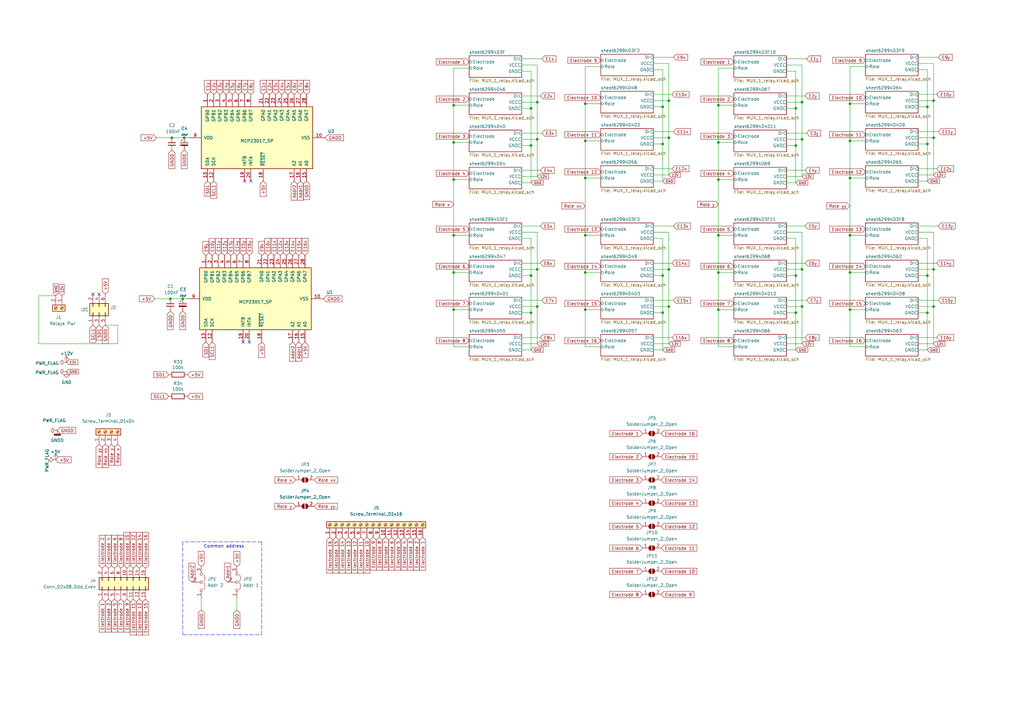
<source format=kicad_sch>
(kicad_sch (version 20211123) (generator eeschema)
  (paper "A3")
  (junction (at 380.365 43.815))
  (junction (at 186.055 73.66))
  (junction (at 217.805 59.69))
  (junction (at 240.03 127))
  (junction (at 69.85 122.555))
  (junction (at 348.615 111.76))
  (junction (at 220.345 57.15))
  (junction (at 274.32 41.275))
  (junction (at 186.055 111.76))
  (junction (at 217.805 128.27))
  (junction (at 271.78 113.03))
  (junction (at 240.03 42.545))
  (junction (at 326.39 113.03))
  (junction (at 217.805 113.03))
  (junction (at 328.93 41.91))
  (junction (at 382.905 110.49))
  (junction (at 186.055 43.18))
  (junction (at 380.365 128.27))
  (junction (at 294.64 111.76))
  (junction (at 75.565 56.515))
  (junction (at 348.615 57.785))
  (junction (at 186.055 127))
  (junction (at 186.055 58.42))
  (junction (at 220.345 125.73))
  (junction (at 274.32 110.49))
  (junction (at 328.93 57.15))
  (junction (at 382.905 125.73))
  (junction (at 382.905 56.515))
  (junction (at 274.32 56.515))
  (junction (at 240.03 73.025))
  (junction (at 220.345 110.49))
  (junction (at 274.32 125.73))
  (junction (at 240.03 111.76))
  (junction (at 240.03 96.52))
  (junction (at 294.64 96.52))
  (junction (at 294.64 58.42))
  (junction (at 328.93 125.73))
  (junction (at 326.39 59.69))
  (junction (at 326.39 44.45))
  (junction (at 240.03 57.785))
  (junction (at 348.615 96.52))
  (junction (at 328.93 110.49))
  (junction (at 271.78 43.815))
  (junction (at 294.64 127))
  (junction (at 217.805 44.45))
  (junction (at 220.345 41.91))
  (junction (at 348.615 73.025))
  (junction (at 380.365 113.03))
  (junction (at 186.055 96.52))
  (junction (at 380.365 59.055))
  (junction (at 294.64 73.66))
  (junction (at 382.905 41.275))
  (junction (at 70.485 56.515))
  (junction (at 294.64 43.18))
  (junction (at 348.615 127))
  (junction (at 271.78 128.27))
  (junction (at 271.78 59.055))
  (junction (at 348.615 42.545))
  (junction (at 74.93 122.555))
  (junction (at 326.39 128.27))
  (no_connect (at 38.1 120.65))
  (no_connect (at 40.64 120.65))
  (no_connect (at 102.235 140.335))
  (no_connect (at 99.695 140.335))
  (no_connect (at 102.87 74.295))
  (no_connect (at 100.33 74.295))
  (wire (pts (xy 326.39 128.27) (xy 326.39 143.51)))
  (wire (pts (xy 74.93 122.555) (xy 76.835 122.555)))
  (wire (pts (xy 240.03 127) (xy 240.03 142.24)))
  (wire (pts (xy 376.555 26.035) (xy 382.905 26.035)))
  (wire (pts (xy 186.055 96.52) (xy 192.405 96.52)))
  (wire (pts (xy 267.97 28.575) (xy 271.78 28.575)))
  (wire (pts (xy 267.97 92.71) (xy 276.225 92.71)))
  (wire (pts (xy 274.32 56.515) (xy 274.32 71.755)))
  (wire (pts (xy 328.93 26.67) (xy 328.93 41.91)))
  (wire (pts (xy 213.995 138.43) (xy 221.615 138.43)))
  (wire (pts (xy 267.97 43.815) (xy 271.78 43.815)))
  (wire (pts (xy 43.18 133.35) (xy 48.26 133.35)))
  (wire (pts (xy 240.03 42.545) (xy 246.38 42.545)))
  (wire (pts (xy 348.615 57.785) (xy 354.965 57.785)))
  (wire (pts (xy 328.93 57.15) (xy 328.93 72.39)))
  (wire (pts (xy 322.58 24.13) (xy 330.835 24.13)))
  (wire (pts (xy 220.345 57.15) (xy 220.345 72.39)))
  (wire (pts (xy 267.97 143.51) (xy 271.78 143.51)))
  (wire (pts (xy 376.555 128.27) (xy 380.365 128.27)))
  (wire (pts (xy 322.58 143.51) (xy 326.39 143.51)))
  (wire (pts (xy 48.26 140.97) (xy 15.875 140.97)))
  (wire (pts (xy 267.97 125.73) (xy 274.32 125.73)))
  (wire (pts (xy 267.97 140.97) (xy 274.32 140.97)))
  (wire (pts (xy 274.32 125.73) (xy 274.32 140.97)))
  (wire (pts (xy 267.97 23.495) (xy 276.225 23.495)))
  (wire (pts (xy 186.055 58.42) (xy 192.405 58.42)))
  (wire (pts (xy 240.03 96.52) (xy 246.38 96.52)))
  (wire (pts (xy 376.555 28.575) (xy 380.365 28.575)))
  (wire (pts (xy 220.345 110.49) (xy 220.345 125.73)))
  (wire (pts (xy 274.32 110.49) (xy 274.32 125.73)))
  (wire (pts (xy 267.97 53.975) (xy 276.225 53.975)))
  (wire (pts (xy 322.58 54.61) (xy 330.835 54.61)))
  (wire (pts (xy 376.555 95.25) (xy 382.905 95.25)))
  (wire (pts (xy 380.365 28.575) (xy 380.365 43.815)))
  (wire (pts (xy 15.875 140.97) (xy 15.875 121.285)))
  (wire (pts (xy 322.58 138.43) (xy 330.2 138.43)))
  (wire (pts (xy 322.58 123.19) (xy 330.835 123.19)))
  (wire (pts (xy 186.055 127) (xy 192.405 127)))
  (polyline (pts (xy 74.93 222.25) (xy 74.93 260.35)))
  (wire (pts (xy 186.055 111.76) (xy 186.055 127)))
  (wire (pts (xy 240.03 42.545) (xy 240.03 27.305)))
  (wire (pts (xy 348.615 73.025) (xy 348.615 96.52)))
  (wire (pts (xy 213.995 92.71) (xy 221.615 92.71)))
  (wire (pts (xy 348.615 127) (xy 348.615 142.24)))
  (wire (pts (xy 322.58 72.39) (xy 328.93 72.39)))
  (wire (pts (xy 97.155 245.11) (xy 97.155 250.19)))
  (wire (pts (xy 240.03 142.24) (xy 246.38 142.24)))
  (wire (pts (xy 267.97 59.055) (xy 271.78 59.055)))
  (wire (pts (xy 213.995 41.91) (xy 220.345 41.91)))
  (wire (pts (xy 186.055 58.42) (xy 186.055 43.18)))
  (wire (pts (xy 213.995 95.25) (xy 220.345 95.25)))
  (wire (pts (xy 213.995 143.51) (xy 217.805 143.51)))
  (wire (pts (xy 240.03 111.76) (xy 246.38 111.76)))
  (wire (pts (xy 322.58 41.91) (xy 328.93 41.91)))
  (wire (pts (xy 48.26 133.35) (xy 48.26 140.97)))
  (wire (pts (xy 267.97 107.95) (xy 275.59 107.95)))
  (wire (pts (xy 64.135 56.515) (xy 70.485 56.515)))
  (wire (pts (xy 348.615 73.025) (xy 354.965 73.025)))
  (wire (pts (xy 376.555 23.495) (xy 384.81 23.495)))
  (wire (pts (xy 294.64 142.24) (xy 300.99 142.24)))
  (wire (pts (xy 322.58 57.15) (xy 328.93 57.15)))
  (wire (pts (xy 348.615 57.785) (xy 348.615 73.025)))
  (wire (pts (xy 186.055 73.66) (xy 192.405 73.66)))
  (wire (pts (xy 328.93 110.49) (xy 328.93 125.73)))
  (wire (pts (xy 213.995 24.13) (xy 222.25 24.13)))
  (wire (pts (xy 217.805 97.79) (xy 217.805 113.03)))
  (wire (pts (xy 328.93 125.73) (xy 328.93 140.97)))
  (wire (pts (xy 294.64 58.42) (xy 300.99 58.42)))
  (wire (pts (xy 322.58 44.45) (xy 326.39 44.45)))
  (wire (pts (xy 380.365 113.03) (xy 380.365 128.27)))
  (polyline (pts (xy 74.93 260.35) (xy 107.315 260.35)))
  (wire (pts (xy 240.03 111.76) (xy 240.03 96.52)))
  (wire (pts (xy 240.03 57.785) (xy 240.03 42.545)))
  (wire (pts (xy 322.58 125.73) (xy 328.93 125.73)))
  (wire (pts (xy 217.805 29.21) (xy 217.805 44.45)))
  (wire (pts (xy 267.97 97.79) (xy 271.78 97.79)))
  (wire (pts (xy 348.615 111.76) (xy 354.965 111.76)))
  (polyline (pts (xy 107.315 260.35) (xy 107.315 222.25)))
  (wire (pts (xy 328.93 41.91) (xy 328.93 57.15)))
  (wire (pts (xy 213.995 123.19) (xy 222.25 123.19)))
  (wire (pts (xy 294.64 96.52) (xy 300.99 96.52)))
  (wire (pts (xy 322.58 59.69) (xy 326.39 59.69)))
  (wire (pts (xy 380.365 128.27) (xy 380.365 143.51)))
  (wire (pts (xy 213.995 74.93) (xy 217.805 74.93)))
  (wire (pts (xy 267.97 95.25) (xy 274.32 95.25)))
  (wire (pts (xy 267.97 128.27) (xy 271.78 128.27)))
  (wire (pts (xy 322.58 110.49) (xy 328.93 110.49)))
  (wire (pts (xy 376.555 92.71) (xy 384.81 92.71)))
  (wire (pts (xy 240.03 27.305) (xy 246.38 27.305)))
  (wire (pts (xy 376.555 107.95) (xy 384.175 107.95)))
  (wire (pts (xy 322.58 113.03) (xy 326.39 113.03)))
  (wire (pts (xy 322.58 107.95) (xy 330.2 107.95)))
  (wire (pts (xy 382.905 125.73) (xy 382.905 140.97)))
  (wire (pts (xy 326.39 59.69) (xy 326.39 74.93)))
  (wire (pts (xy 15.875 121.285) (xy 22.86 121.285)))
  (wire (pts (xy 271.78 113.03) (xy 271.78 128.27)))
  (wire (pts (xy 70.485 56.515) (xy 75.565 56.515)))
  (wire (pts (xy 69.85 122.555) (xy 74.93 122.555)))
  (wire (pts (xy 240.03 127) (xy 240.03 111.76)))
  (wire (pts (xy 213.995 72.39) (xy 220.345 72.39)))
  (wire (pts (xy 213.995 26.67) (xy 220.345 26.67)))
  (wire (pts (xy 213.995 54.61) (xy 222.25 54.61)))
  (wire (pts (xy 348.615 42.545) (xy 348.615 27.305)))
  (wire (pts (xy 326.39 113.03) (xy 326.39 128.27)))
  (wire (pts (xy 348.615 111.76) (xy 348.615 96.52)))
  (wire (pts (xy 376.555 140.97) (xy 382.905 140.97)))
  (wire (pts (xy 376.555 41.275) (xy 382.905 41.275)))
  (wire (pts (xy 376.555 138.43) (xy 384.175 138.43)))
  (wire (pts (xy 348.615 42.545) (xy 354.965 42.545)))
  (wire (pts (xy 376.555 123.19) (xy 384.81 123.19)))
  (wire (pts (xy 267.97 113.03) (xy 271.78 113.03)))
  (wire (pts (xy 82.55 245.11) (xy 82.55 250.19)))
  (wire (pts (xy 294.64 111.76) (xy 300.99 111.76)))
  (wire (pts (xy 326.39 97.79) (xy 326.39 113.03)))
  (wire (pts (xy 186.055 43.18) (xy 186.055 27.94)))
  (wire (pts (xy 294.64 27.94) (xy 300.99 27.94)))
  (wire (pts (xy 217.805 59.69) (xy 217.805 74.93)))
  (wire (pts (xy 213.995 39.37) (xy 221.615 39.37)))
  (wire (pts (xy 294.64 127) (xy 300.99 127)))
  (wire (pts (xy 294.64 43.18) (xy 300.99 43.18)))
  (wire (pts (xy 240.03 127) (xy 246.38 127)))
  (wire (pts (xy 267.97 123.19) (xy 276.225 123.19)))
  (wire (pts (xy 322.58 92.71) (xy 330.2 92.71)))
  (wire (pts (xy 271.78 59.055) (xy 271.78 74.295)))
  (wire (pts (xy 376.555 110.49) (xy 382.905 110.49)))
  (wire (pts (xy 322.58 74.93) (xy 326.39 74.93)))
  (wire (pts (xy 213.995 69.85) (xy 221.615 69.85)))
  (wire (pts (xy 376.555 53.975) (xy 384.81 53.975)))
  (wire (pts (xy 322.58 39.37) (xy 330.2 39.37)))
  (wire (pts (xy 186.055 127) (xy 186.055 142.24)))
  (wire (pts (xy 267.97 38.735) (xy 275.59 38.735)))
  (wire (pts (xy 220.345 26.67) (xy 220.345 41.91)))
  (wire (pts (xy 322.58 29.21) (xy 326.39 29.21)))
  (wire (pts (xy 274.32 26.035) (xy 274.32 41.275)))
  (wire (pts (xy 382.905 56.515) (xy 382.905 71.755)))
  (wire (pts (xy 213.995 97.79) (xy 217.805 97.79)))
  (wire (pts (xy 267.97 110.49) (xy 274.32 110.49)))
  (wire (pts (xy 271.78 128.27) (xy 271.78 143.51)))
  (wire (pts (xy 213.995 107.95) (xy 221.615 107.95)))
  (wire (pts (xy 348.615 127) (xy 354.965 127)))
  (polyline (pts (xy 107.315 222.25) (xy 74.93 222.25)))
  (wire (pts (xy 376.555 59.055) (xy 380.365 59.055)))
  (wire (pts (xy 240.03 57.785) (xy 246.38 57.785)))
  (wire (pts (xy 186.055 111.76) (xy 186.055 96.52)))
  (wire (pts (xy 376.555 97.79) (xy 380.365 97.79)))
  (wire (pts (xy 240.03 73.025) (xy 240.03 96.52)))
  (wire (pts (xy 186.055 142.24) (xy 192.405 142.24)))
  (wire (pts (xy 217.805 113.03) (xy 217.805 128.27)))
  (wire (pts (xy 274.32 95.25) (xy 274.32 110.49)))
  (wire (pts (xy 220.345 41.91) (xy 220.345 57.15)))
  (wire (pts (xy 322.58 95.25) (xy 328.93 95.25)))
  (wire (pts (xy 322.58 128.27) (xy 326.39 128.27)))
  (wire (pts (xy 271.78 28.575) (xy 271.78 43.815)))
  (wire (pts (xy 348.615 142.24) (xy 354.965 142.24)))
  (wire (pts (xy 348.615 96.52) (xy 354.965 96.52)))
  (wire (pts (xy 186.055 73.66) (xy 186.055 96.52)))
  (wire (pts (xy 213.995 57.15) (xy 220.345 57.15)))
  (wire (pts (xy 376.555 69.215) (xy 384.175 69.215)))
  (wire (pts (xy 382.905 41.275) (xy 382.905 56.515)))
  (wire (pts (xy 213.995 59.69) (xy 217.805 59.69)))
  (wire (pts (xy 376.555 56.515) (xy 382.905 56.515)))
  (wire (pts (xy 220.345 95.25) (xy 220.345 110.49)))
  (wire (pts (xy 213.995 125.73) (xy 220.345 125.73)))
  (wire (pts (xy 274.32 41.275) (xy 274.32 56.515)))
  (wire (pts (xy 322.58 140.97) (xy 328.93 140.97)))
  (wire (pts (xy 213.995 29.21) (xy 217.805 29.21)))
  (wire (pts (xy 75.565 56.515) (xy 77.47 56.515)))
  (wire (pts (xy 240.03 57.785) (xy 240.03 73.025)))
  (wire (pts (xy 294.64 58.42) (xy 294.64 73.66)))
  (wire (pts (xy 382.905 26.035) (xy 382.905 41.275)))
  (wire (pts (xy 213.995 113.03) (xy 217.805 113.03)))
  (wire (pts (xy 240.03 73.025) (xy 246.38 73.025)))
  (wire (pts (xy 322.58 26.67) (xy 328.93 26.67)))
  (wire (pts (xy 294.64 127) (xy 294.64 142.24)))
  (wire (pts (xy 382.905 95.25) (xy 382.905 110.49)))
  (wire (pts (xy 220.345 125.73) (xy 220.345 140.97)))
  (wire (pts (xy 271.78 43.815) (xy 271.78 59.055)))
  (wire (pts (xy 376.555 43.815) (xy 380.365 43.815)))
  (wire (pts (xy 382.905 110.49) (xy 382.905 125.73)))
  (wire (pts (xy 380.365 97.79) (xy 380.365 113.03)))
  (wire (pts (xy 267.97 71.755) (xy 274.32 71.755)))
  (wire (pts (xy 376.555 113.03) (xy 380.365 113.03)))
  (wire (pts (xy 348.615 127) (xy 348.615 111.76)))
  (wire (pts (xy 267.97 41.275) (xy 274.32 41.275)))
  (wire (pts (xy 376.555 74.295) (xy 380.365 74.295)))
  (wire (pts (xy 267.97 69.215) (xy 275.59 69.215)))
  (wire (pts (xy 213.995 110.49) (xy 220.345 110.49)))
  (wire (pts (xy 376.555 71.755) (xy 382.905 71.755)))
  (wire (pts (xy 267.97 56.515) (xy 274.32 56.515)))
  (wire (pts (xy 348.615 57.785) (xy 348.615 42.545)))
  (wire (pts (xy 213.995 128.27) (xy 217.805 128.27)))
  (wire (pts (xy 322.58 69.85) (xy 330.2 69.85)))
  (wire (pts (xy 217.805 128.27) (xy 217.805 143.51)))
  (wire (pts (xy 213.995 140.97) (xy 220.345 140.97)))
  (wire (pts (xy 326.39 29.21) (xy 326.39 44.45)))
  (wire (pts (xy 376.555 143.51) (xy 380.365 143.51)))
  (wire (pts (xy 267.97 74.295) (xy 271.78 74.295)))
  (wire (pts (xy 380.365 43.815) (xy 380.365 59.055)))
  (wire (pts (xy 217.805 44.45) (xy 217.805 59.69)))
  (wire (pts (xy 267.97 26.035) (xy 274.32 26.035)))
  (wire (pts (xy 322.58 97.79) (xy 326.39 97.79)))
  (wire (pts (xy 294.64 73.66) (xy 294.64 96.52)))
  (wire (pts (xy 376.555 125.73) (xy 382.905 125.73)))
  (wire (pts (xy 271.78 97.79) (xy 271.78 113.03)))
  (wire (pts (xy 294.64 111.76) (xy 294.64 127)))
  (wire (pts (xy 326.39 44.45) (xy 326.39 59.69)))
  (wire (pts (xy 294.64 111.76) (xy 294.64 96.52)))
  (wire (pts (xy 294.64 58.42) (xy 294.64 43.18)))
  (wire (pts (xy 348.615 27.305) (xy 354.965 27.305)))
  (wire (pts (xy 294.64 73.66) (xy 300.99 73.66)))
  (wire (pts (xy 294.64 43.18) (xy 294.64 27.94)))
  (wire (pts (xy 213.995 44.45) (xy 217.805 44.45)))
  (wire (pts (xy 267.97 138.43) (xy 275.59 138.43)))
  (wire (pts (xy 186.055 27.94) (xy 192.405 27.94)))
  (wire (pts (xy 380.365 59.055) (xy 380.365 74.295)))
  (wire (pts (xy 328.93 95.25) (xy 328.93 110.49)))
  (wire (pts (xy 186.055 111.76) (xy 192.405 111.76)))
  (wire (pts (xy 186.055 58.42) (xy 186.055 73.66)))
  (wire (pts (xy 63.5 122.555) (xy 69.85 122.555)))
  (wire (pts (xy 186.055 43.18) (xy 192.405 43.18)))
  (wire (pts (xy 376.555 38.735) (xy 384.175 38.735)))
  (text "Common address" (at 83.566 224.917 0) (effects (font (size 1.27 1.27)) (justify left bottom)))
  (global_label "+5V" (shape input) (at 63.5 122.555 180) (property "Intersheet References" "${INTERSHEET_REFS}" (effects hide)))
  (global_label "E15y" (shape input) (at 99.695 104.775 90) (property "Intersheet References" "${INTERSHEET_REFS}" (effects hide)))
  (global_label "+5V" (shape input) (at 107.315 140.335 270) (property "Intersheet References" "${INTERSHEET_REFS}" (effects hide)))
  (global_label "E1y" (shape input) (at 330.835 24.13 0) (property "Intersheet References" "${INTERSHEET_REFS}" (effects hide)))
  (global_label "Electrode 15" (shape input) (at 59.69 245.745 270) (property "Intersheet References" "${INTERSHEET_REFS}" (effects hide)))
  (global_label "Electrode 2" (shape input) (at 300.99 40.64 180) (property "Intersheet References" "${INTERSHEET_REFS}" (effects hide)))
  (global_label "+5V" (shape input) (at 97.155 232.41 90) (property "Intersheet References" "${INTERSHEET_REFS}" (effects hide)))
  (global_label "12V" (shape input) (at 220.345 72.39 0) (effects (font (size 1 1))) (property "Intersheet References" "${INTERSHEET_REFS}" (effects hide)))
  (global_label "GNDD" (shape input) (at 70.485 61.595 270) (property "Intersheet References" "${INTERSHEET_REFS}" (effects hide)))
  (global_label "E5y" (shape input) (at 330.2 92.71 0) (property "Intersheet References" "${INTERSHEET_REFS}" (effects hide)))
  (global_label "E15x" (shape input) (at 276.225 123.19 0) (property "Intersheet References" "${INTERSHEET_REFS}" (effects hide)))
  (global_label "Electrode 14" (shape input) (at 57.15 233.045 90) (property "Intersheet References" "${INTERSHEET_REFS}" (effects hide)))
  (global_label "Electrode 4" (shape input) (at 263.525 206.375 180) (property "Intersheet References" "${INTERSHEET_REFS}" (effects hide)))
  (global_label "+5V" (shape input) (at 76.835 153.67 0) (property "Intersheet References" "${INTERSHEET_REFS}" (effects hide)))
  (global_label "E6x" (shape input) (at 120.65 38.735 90) (property "Intersheet References" "${INTERSHEET_REFS}" (effects hide)))
  (global_label "Electrode 12" (shape input) (at 246.38 70.485 180) (property "Intersheet References" "${INTERSHEET_REFS}" (effects hide)))
  (global_label "Electrode 13" (shape input) (at 142.875 220.345 270) (property "Intersheet References" "${INTERSHEET_REFS}" (effects hide)))
  (global_label "SD1" (shape input) (at 40.64 133.35 270) (property "Intersheet References" "${INTERSHEET_REFS}" (effects hide)))
  (global_label "Electrode 7" (shape input) (at 158.115 220.345 270) (property "Intersheet References" "${INTERSHEET_REFS}" (effects hide)))
  (global_label "Electrode 12" (shape input) (at 54.61 233.045 90) (property "Intersheet References" "${INTERSHEET_REFS}" (effects hide)))
  (global_label "SCL1" (shape input) (at 38.1 133.35 270) (property "Intersheet References" "${INTERSHEET_REFS}" (effects hide)))
  (global_label "GNDD" (shape input) (at 43.18 133.35 270) (property "Intersheet References" "${INTERSHEET_REFS}" (effects hide)))
  (global_label "E3y" (shape input) (at 330.835 54.61 0) (property "Intersheet References" "${INTERSHEET_REFS}" (effects hide)))
  (global_label "Electrode 4" (shape input) (at 44.45 233.045 90) (property "Intersheet References" "${INTERSHEET_REFS}" (effects hide)))
  (global_label "E6y" (shape input) (at 97.79 38.735 90) (property "Intersheet References" "${INTERSHEET_REFS}" (effects hide)))
  (global_label "Electrode 11" (shape input) (at 147.955 220.345 270) (property "Intersheet References" "${INTERSHEET_REFS}" (effects hide)))
  (global_label "E15y" (shape input) (at 384.81 123.19 0) (property "Intersheet References" "${INTERSHEET_REFS}" (effects hide)))
  (global_label "Electrode 7" (shape input) (at 192.405 124.46 180) (property "Intersheet References" "${INTERSHEET_REFS}" (effects hide)))
  (global_label "Electrode 16" (shape input) (at 135.255 220.345 270) (property "Intersheet References" "${INTERSHEET_REFS}" (effects hide)))
  (global_label "Role yy" (shape input) (at 40.64 182.245 270) (property "Intersheet References" "${INTERSHEET_REFS}" (effects hide)))
  (global_label "12V" (shape input) (at 328.93 72.39 0) (effects (font (size 1 1))) (property "Intersheet References" "${INTERSHEET_REFS}" (effects hide)))
  (global_label "E14y" (shape input) (at 384.175 107.95 0) (property "Intersheet References" "${INTERSHEET_REFS}" (effects hide)))
  (global_label "E7x" (shape input) (at 222.25 123.19 0) (property "Intersheet References" "${INTERSHEET_REFS}" (effects hide)))
  (global_label "E4x" (shape input) (at 115.57 38.735 90) (property "Intersheet References" "${INTERSHEET_REFS}" (effects hide)))
  (global_label "Electrode 1" (shape input) (at 173.355 220.345 270) (property "Intersheet References" "${INTERSHEET_REFS}" (effects hide)))
  (global_label "Electrode 12" (shape input) (at 271.145 215.9 0) (property "Intersheet References" "${INTERSHEET_REFS}" (effects hide)))
  (global_label "E10y" (shape input) (at 86.995 104.775 90) (property "Intersheet References" "${INTERSHEET_REFS}" (effects hide)))
  (global_label "Electrode 16" (shape input) (at 59.69 233.045 90) (property "Intersheet References" "${INTERSHEET_REFS}" (effects hide)))
  (global_label "GND" (shape input) (at 326.39 74.93 0) (effects (font (size 1 1))) (property "Intersheet References" "${INTERSHEET_REFS}" (effects hide)))
  (global_label "Role y" (shape input) (at 45.72 182.245 270) (property "Intersheet References" "${INTERSHEET_REFS}" (effects hide)))
  (global_label "GND" (shape input) (at 217.805 74.93 0) (effects (font (size 1 1))) (property "Intersheet References" "${INTERSHEET_REFS}" (effects hide)))
  (global_label "Electrode 5" (shape input) (at 46.99 245.745 270) (property "Intersheet References" "${INTERSHEET_REFS}" (effects hide)))
  (global_label "GNDD" (shape input) (at 75.565 61.595 270) (property "Intersheet References" "${INTERSHEET_REFS}" (effects hide)))
  (global_label "12V" (shape input) (at 274.32 140.97 0) (effects (font (size 1 1))) (property "Intersheet References" "${INTERSHEET_REFS}" (effects hide)))
  (global_label "E9x" (shape input) (at 276.225 23.495 0) (property "Intersheet References" "${INTERSHEET_REFS}" (effects hide)))
  (global_label "Electrode 14" (shape input) (at 140.335 220.345 270) (property "Intersheet References" "${INTERSHEET_REFS}" (effects hide)))
  (global_label "SD1" (shape input) (at 69.215 153.67 180) (property "Intersheet References" "${INTERSHEET_REFS}" (effects hide)))
  (global_label "Electrode 5" (shape input) (at 192.405 93.98 180) (property "Intersheet References" "${INTERSHEET_REFS}" (effects hide)))
  (global_label "Electrode 5" (shape input) (at 163.195 220.345 270) (property "Intersheet References" "${INTERSHEET_REFS}" (effects hide)))
  (global_label "Electrode 5" (shape input) (at 263.525 215.9 180) (property "Intersheet References" "${INTERSHEET_REFS}" (effects hide)))
  (global_label "GND" (shape input) (at 380.365 74.295 0) (effects (font (size 1 1))) (property "Intersheet References" "${INTERSHEET_REFS}" (effects hide)))
  (global_label "E7y" (shape input) (at 330.835 123.19 0) (property "Intersheet References" "${INTERSHEET_REFS}" (effects hide)))
  (global_label "E12y" (shape input) (at 92.075 104.775 90) (property "Intersheet References" "${INTERSHEET_REFS}" (effects hide)))
  (global_label "E10y" (shape input) (at 384.175 38.735 0) (property "Intersheet References" "${INTERSHEET_REFS}" (effects hide)))
  (global_label "Electrode 1" (shape input) (at 263.525 177.8 180) (property "Intersheet References" "${INTERSHEET_REFS}" (effects hide)))
  (global_label "E6y" (shape input) (at 330.2 107.95 0) (property "Intersheet References" "${INTERSHEET_REFS}" (effects hide)))
  (global_label "E14x" (shape input) (at 120.015 104.775 90) (property "Intersheet References" "${INTERSHEET_REFS}" (effects hide)))
  (global_label "E11y" (shape input) (at 384.81 53.975 0) (property "Intersheet References" "${INTERSHEET_REFS}" (effects hide)))
  (global_label "Electrode 9" (shape input) (at 153.035 220.345 270) (property "Intersheet References" "${INTERSHEET_REFS}" (effects hide)))
  (global_label "GNDD" (shape input) (at 74.93 127.635 270) (property "Intersheet References" "${INTERSHEET_REFS}" (effects hide)))
  (global_label "E7x" (shape input) (at 123.19 38.735 90) (property "Intersheet References" "${INTERSHEET_REFS}" (effects hide)))
  (global_label "E16y" (shape input) (at 384.175 138.43 0) (property "Intersheet References" "${INTERSHEET_REFS}" (effects hide)))
  (global_label "E8x" (shape input) (at 125.73 38.735 90) (property "Intersheet References" "${INTERSHEET_REFS}" (effects hide)))
  (global_label "Role xx" (shape input) (at 128.905 196.85 0) (property "Intersheet References" "${INTERSHEET_REFS}" (effects hide)))
  (global_label "Electrode 10" (shape input) (at 150.495 220.345 270) (property "Intersheet References" "${INTERSHEET_REFS}" (effects hide)))
  (global_label "Electrode 4" (shape input) (at 192.405 71.12 180) (property "Intersheet References" "${INTERSHEET_REFS}" (effects hide)))
  (global_label "Electrode 2" (shape input) (at 263.525 187.325 180) (property "Intersheet References" "${INTERSHEET_REFS}" (effects hide)))
  (global_label "Electrode 5" (shape input) (at 300.99 93.98 180) (property "Intersheet References" "${INTERSHEET_REFS}" (effects hide)))
  (global_label "Electrode 13" (shape input) (at 271.145 206.375 0) (property "Intersheet References" "${INTERSHEET_REFS}" (effects hide)))
  (global_label "Electrode 3" (shape input) (at 44.45 245.745 270) (property "Intersheet References" "${INTERSHEET_REFS}" (effects hide)))
  (global_label "+5V" (shape input) (at 82.55 232.41 90) (property "Intersheet References" "${INTERSHEET_REFS}" (effects hide)))
  (global_label "E16x" (shape input) (at 275.59 138.43 0) (property "Intersheet References" "${INTERSHEET_REFS}" (effects hide)))
  (global_label "E5x" (shape input) (at 118.11 38.735 90) (property "Intersheet References" "${INTERSHEET_REFS}" (effects hide)))
  (global_label "GND" (shape input) (at 217.805 143.51 0) (effects (font (size 1 1))) (property "Intersheet References" "${INTERSHEET_REFS}" (effects hide)))
  (global_label "Electrode 10" (shape input) (at 246.38 40.005 180) (property "Intersheet References" "${INTERSHEET_REFS}" (effects hide)))
  (global_label "E1x" (shape input) (at 107.95 38.735 90) (property "Intersheet References" "${INTERSHEET_REFS}" (effects hide)))
  (global_label "SCL1" (shape input) (at 69.215 162.56 180) (property "Intersheet References" "${INTERSHEET_REFS}" (effects hide)))
  (global_label "Electrode 9" (shape input) (at 52.07 245.745 270) (property "Intersheet References" "${INTERSHEET_REFS}" (effects hide)))
  (global_label "Electrode 16" (shape input) (at 354.965 139.7 180) (property "Intersheet References" "${INTERSHEET_REFS}" (effects hide)))
  (global_label "12V" (shape input) (at 382.905 140.97 0) (effects (font (size 1 1))) (property "Intersheet References" "${INTERSHEET_REFS}" (effects hide)))
  (global_label "Electrode 9" (shape input) (at 246.38 24.765 180) (property "Intersheet References" "${INTERSHEET_REFS}" (effects hide)))
  (global_label "E8y" (shape input) (at 102.87 38.735 90) (property "Intersheet References" "${INTERSHEET_REFS}" (effects hide)))
  (global_label "Electrode 6" (shape input) (at 160.655 220.345 270) (property "Intersheet References" "${INTERSHEET_REFS}" (effects hide)))
  (global_label "Electrode 12" (shape input) (at 145.415 220.345 270) (property "Intersheet References" "${INTERSHEET_REFS}" (effects hide)))
  (global_label "12V" (shape input) (at 382.905 71.755 0) (effects (font (size 1 1))) (property "Intersheet References" "${INTERSHEET_REFS}" (effects hide)))
  (global_label "E16x" (shape input) (at 125.095 104.775 90) (property "Intersheet References" "${INTERSHEET_REFS}" (effects hide)))
  (global_label "E12x" (shape input) (at 275.59 69.215 0) (property "Intersheet References" "${INTERSHEET_REFS}" (effects hide)))
  (global_label "E2y" (shape input) (at 330.2 39.37 0) (property "Intersheet References" "${INTERSHEET_REFS}" (effects hide)))
  (global_label "E9y" (shape input) (at 384.81 23.495 0) (property "Intersheet References" "${INTERSHEET_REFS}" (effects hide)))
  (global_label "E11y" (shape input) (at 89.535 104.775 90) (property "Intersheet References" "${INTERSHEET_REFS}" (effects hide)))
  (global_label "Electrode 6" (shape input) (at 263.525 224.79 180) (property "Intersheet References" "${INTERSHEET_REFS}" (effects hide)))
  (global_label "+5V" (shape input) (at 125.095 140.335 270) (property "Intersheet References" "${INTERSHEET_REFS}" (effects hide)))
  (global_label "E5x" (shape input) (at 221.615 92.71 0) (property "Intersheet References" "${INTERSHEET_REFS}" (effects hide)))
  (global_label "GNDD" (shape input) (at 23.495 176.53 0) (property "Intersheet References" "${INTERSHEET_REFS}" (effects hide)))
  (global_label "Electrode 13" (shape input) (at 354.965 93.98 180) (property "Intersheet References" "${INTERSHEET_REFS}" (effects hide)))
  (global_label "Role x" (shape input) (at 186.055 83.82 180) (property "Intersheet References" "${INTERSHEET_REFS}" (effects hide)))
  (global_label "E3y" (shape input) (at 90.17 38.735 90) (property "Intersheet References" "${INTERSHEET_REFS}" (effects hide)))
  (global_label "Electrode 1" (shape input) (at 41.91 245.745 270) (property "Intersheet References" "${INTERSHEET_REFS}" (effects hide)))
  (global_label "Electrode 3" (shape input) (at 300.99 55.88 180) (property "Intersheet References" "${INTERSHEET_REFS}" (effects hide)))
  (global_label "E12y" (shape input) (at 384.175 69.215 0) (property "Intersheet References" "${INTERSHEET_REFS}" (effects hide)))
  (global_label "Role x" (shape input) (at 121.285 196.85 180) (property "Intersheet References" "${INTERSHEET_REFS}" (effects hide)))
  (global_label "SCL1" (shape input) (at 86.995 140.335 270) (property "Intersheet References" "${INTERSHEET_REFS}" (effects hide)))
  (global_label "Electrode 1" (shape input) (at 300.99 25.4 180) (property "Intersheet References" "${INTERSHEET_REFS}" (effects hide)))
  (global_label "Electrode 13" (shape input) (at 246.38 93.98 180) (property "Intersheet References" "${INTERSHEET_REFS}" (effects hide)))
  (global_label "12V" (shape input) (at 220.345 140.97 0) (effects (font (size 1 1))) (property "Intersheet References" "${INTERSHEET_REFS}" (effects hide)))
  (global_label "E4x" (shape input) (at 221.615 69.85 0) (property "Intersheet References" "${INTERSHEET_REFS}" (effects hide)))
  (global_label "E6x" (shape input) (at 221.615 107.95 0) (property "Intersheet References" "${INTERSHEET_REFS}" (effects hide)))
  (global_label "Electrode 3" (shape input) (at 192.405 55.88 180) (property "Intersheet References" "${INTERSHEET_REFS}" (effects hide)))
  (global_label "+5V" (shape input) (at 64.135 56.515 180) (property "Intersheet References" "${INTERSHEET_REFS}" (effects hide)))
  (global_label "Role xx" (shape input) (at 43.18 182.245 270) (property "Intersheet References" "${INTERSHEET_REFS}" (effects hide)))
  (global_label "E12x" (shape input) (at 114.935 104.775 90) (property "Intersheet References" "${INTERSHEET_REFS}" (effects hide)))
  (global_label "Electrode 7" (shape input) (at 263.525 234.315 180) (property "Intersheet References" "${INTERSHEET_REFS}" (effects hide)))
  (global_label "Electrode 14" (shape input) (at 271.145 196.85 0) (property "Intersheet References" "${INTERSHEET_REFS}" (effects hide)))
  (global_label "Electrode 9" (shape input) (at 354.965 24.765 180) (property "Intersheet References" "${INTERSHEET_REFS}" (effects hide)))
  (global_label "Addr2" (shape input) (at 120.015 140.335 270) (property "Intersheet References" "${INTERSHEET_REFS}" (effects hide)))
  (global_label "Electrode 8" (shape input) (at 49.53 233.045 90) (property "Intersheet References" "${INTERSHEET_REFS}" (effects hide)))
  (global_label "Addr2" (shape input) (at 120.65 74.295 270) (property "Intersheet References" "${INTERSHEET_REFS}" (effects hide)))
  (global_label "E2x" (shape input) (at 110.49 38.735 90) (property "Intersheet References" "${INTERSHEET_REFS}" (effects hide)))
  (global_label "Electrode 8" (shape input) (at 300.99 139.7 180) (property "Intersheet References" "${INTERSHEET_REFS}" (effects hide)))
  (global_label "E15x" (shape input) (at 122.555 104.775 90) (property "Intersheet References" "${INTERSHEET_REFS}" (effects hide)))
  (global_label "E10x" (shape input) (at 109.855 104.775 90) (property "Intersheet References" "${INTERSHEET_REFS}" (effects hide)))
  (global_label "E11x" (shape input) (at 276.225 53.975 0) (property "Intersheet References" "${INTERSHEET_REFS}" (effects hide)))
  (global_label "Electrode 10" (shape input) (at 354.965 40.005 180) (property "Intersheet References" "${INTERSHEET_REFS}" (effects hide)))
  (global_label "12V" (shape input) (at 27.305 148.59 0) (effects (font (size 1 1))) (property "Intersheet References" "${INTERSHEET_REFS}" (effects hide)))
  (global_label "E14y" (shape input) (at 97.155 104.775 90) (property "Intersheet References" "${INTERSHEET_REFS}" (effects hide)))
  (global_label "GND" (shape input) (at 380.365 143.51 0) (effects (font (size 1 1))) (property "Intersheet References" "${INTERSHEET_REFS}" (effects hide)))
  (global_label "Electrode 3" (shape input) (at 263.525 196.85 180) (property "Intersheet References" "${INTERSHEET_REFS}" (effects hide)))
  (global_label "Electrode 4" (shape input) (at 165.735 220.345 270) (property "Intersheet References" "${INTERSHEET_REFS}" (effects hide)))
  (global_label "Electrode 11" (shape input) (at 354.965 55.245 180) (property "Intersheet References" "${INTERSHEET_REFS}" (effects hide)))
  (global_label "Electrode 10" (shape input) (at 52.07 233.045 90) (property "Intersheet References" "${INTERSHEET_REFS}" (effects hide)))
  (global_label "Electrode 8" (shape input) (at 155.575 220.345 270) (property "Intersheet References" "${INTERSHEET_REFS}" (effects hide)))
  (global_label "Electrode 6" (shape input) (at 46.99 233.045 90) (property "Intersheet References" "${INTERSHEET_REFS}" (effects hide)))
  (global_label "E3x" (shape input) (at 222.25 54.61 0) (property "Intersheet References" "${INTERSHEET_REFS}" (effects hide)))
  (global_label "Electrode 6" (shape input) (at 192.405 109.22 180) (property "Intersheet References" "${INTERSHEET_REFS}" (effects hide)))
  (global_label "E7y" (shape input) (at 100.33 38.735 90) (property "Intersheet References" "${INTERSHEET_REFS}" (effects hide)))
  (global_label "Role yy" (shape input) (at 128.905 207.645 0) (property "Intersheet References" "${INTERSHEET_REFS}" (effects hide)))
  (global_label "E4y" (shape input) (at 330.2 69.85 0) (property "Intersheet References" "${INTERSHEET_REFS}" (effects hide)))
  (global_label "SD1" (shape input) (at 84.455 140.335 270) (property "Intersheet References" "${INTERSHEET_REFS}" (effects hide)))
  (global_label "GNDD" (shape input) (at 132.715 122.555 0) (property "Intersheet References" "${INTERSHEET_REFS}" (effects hide)))
  (global_label "Addr2" (shape input) (at 78.74 238.76 90) (property "Intersheet References" "${INTERSHEET_REFS}" (effects hide)))
  (global_label "Electrode 15" (shape input) (at 271.145 187.325 0) (property "Intersheet References" "${INTERSHEET_REFS}" (effects hide)))
  (global_label "SD1" (shape input) (at 85.09 74.295 270) (property "Intersheet References" "${INTERSHEET_REFS}" (effects hide)))
  (global_label "Electrode 9" (shape input) (at 271.145 243.84 0) (property "Intersheet References" "${INTERSHEET_REFS}" (effects hide)))
  (global_label "Electrode 15" (shape input) (at 246.38 124.46 180) (property "Intersheet References" "${INTERSHEET_REFS}" (effects hide)))
  (global_label "E1x" (shape input) (at 222.25 24.13 0) (property "Intersheet References" "${INTERSHEET_REFS}" (effects hide)))
  (global_label "E8x" (shape input) (at 221.615 138.43 0) (property "Intersheet References" "${INTERSHEET_REFS}" (effects hide)))
  (global_label "Addr1" (shape input) (at 122.555 140.335 270) (property "Intersheet References" "${INTERSHEET_REFS}" (effects hide)))
  (global_label "E13y" (shape input) (at 94.615 104.775 90) (property "Intersheet References" "${INTERSHEET_REFS}" (effects hide)))
  (global_label "Electrode 7" (shape input) (at 49.53 245.745 270) (property "Intersheet References" "${INTERSHEET_REFS}" (effects hide)))
  (global_label "E13x" (shape input) (at 276.225 92.71 0) (property "Intersheet References" "${INTERSHEET_REFS}" (effects hide)))
  (global_label "E3x" (shape input) (at 113.03 38.735 90) (property "Intersheet References" "${INTERSHEET_REFS}" (effects hide)))
  (global_label "12V" (shape input) (at 25.4 121.285 90) (effects (font (size 1 1))) (property "Intersheet References" "${INTERSHEET_REFS}" (effects hide)))
  (global_label "Electrode 14" (shape input) (at 354.965 109.22 180) (property "Intersheet References" "${INTERSHEET_REFS}" (effects hide)))
  (global_label "Addr1" (shape input) (at 123.19 74.295 270) (property "Intersheet References" "${INTERSHEET_REFS}" (effects hide)))
  (global_label "Electrode 2" (shape input) (at 170.815 220.345 270) (property "Intersheet References" "${INTERSHEET_REFS}" (effects hide)))
  (global_label "E4y" (shape input) (at 92.71 38.735 90) (property "Intersheet References" "${INTERSHEET_REFS}" (effects hide)))
  (global_label "Electrode 11" (shape input) (at 246.38 55.245 180) (property "Intersheet References" "${INTERSHEET_REFS}" (effects hide)))
  (global_label "GND" (shape input) (at 326.39 143.51 0) (effects (font (size 1 1))) (property "Intersheet References" "${INTERSHEET_REFS}" (effects hide)))
  (global_label "Electrode 11" (shape input) (at 54.61 245.745 270) (property "Intersheet References" "${INTERSHEET_REFS}" (effects hide)))
  (global_label "+5V" (shape input) (at 107.95 74.295 270) (property "Intersheet References" "${INTERSHEET_REFS}" (effects hide)))
  (global_label "Electrode 2" (shape input) (at 192.405 40.64 180) (property "Intersheet References" "${INTERSHEET_REFS}" (effects hide)))
  (global_label "GNDD" (shape input) (at 125.73 74.295 270) (property "Intersheet References" "${INTERSHEET_REFS}" (effects hide)))
  (global_label "E9x" (shape input) (at 107.315 104.775 90) (property "Intersheet References" "${INTERSHEET_REFS}" (effects hide)))
  (global_label "Electrode 8" (shape input) (at 263.525 243.84 180) (property "Intersheet References" "${INTERSHEET_REFS}" (effects hide)))
  (global_label "Addr1" (shape input) (at 93.345 238.76 90) (property "Intersheet References" "${INTERSHEET_REFS}" (effects hide)))
  (global_label "+5V" (shape input) (at 76.835 162.56 0) (property "Intersheet References" "${INTERSHEET_REFS}" (effects hide)))
  (global_label "GNDD" (shape input) (at 69.85 127.635 270) (property "Intersheet References" "${INTERSHEET_REFS}" (effects hide)))
  (global_label "Electrode 8" (shape input) (at 192.405 139.7 180) (property "Intersheet References" "${INTERSHEET_REFS}" (effects hide)))
  (global_label "Electrode 7" (shape input) (at 300.99 124.46 180) (property "Intersheet References" "${INTERSHEET_REFS}" (effects hide)))
  (global_label "Electrode 6" (shape input) (at 300.99 109.22 180) (property "Intersheet References" "${INTERSHEET_REFS}" (effects hide)))
  (global_label "E13y" (shape input) (at 384.81 92.71 0) (property "Intersheet References" "${INTERSHEET_REFS}" (effects hide)))
  (global_label "Electrode 3" (shape input) (at 168.275 220.345 270) (property "Intersheet References" "${INTERSHEET_REFS}" (effects hide)))
  (global_label "Electrode 1" (shape input) (at 192.405 25.4 180) (property "Intersheet References" "${INTERSHEET_REFS}" (effects hide)))
  (global_label "E2x" (shape input) (at 221.615 39.37 0) (property "Intersheet References" "${INTERSHEET_REFS}" (effects hide)))
  (global_label "Electrode 15" (shape input) (at 137.795 220.345 270) (property "Intersheet References" "${INTERSHEET_REFS}" (effects hide)))
  (global_label "Electrode 13" (shape input) (at 57.15 245.745 270) (property "Intersheet References" "${INTERSHEET_REFS}" (effects hide)))
  (global_label "12V" (shape input) (at 274.32 71.755 0) (effects (font (size 1 1))) (property "Intersheet References" "${INTERSHEET_REFS}" (effects hide)))
  (global_label "Electrode 16" (shape input) (at 246.38 139.7 180) (property "Intersheet References" "${INTERSHEET_REFS}" (effects hide)))
  (global_label "Role y" (shape input) (at 121.285 207.645 180) (property "Intersheet References" "${INTERSHEET_REFS}" (effects hide)))
  (global_label "+5V" (shape input) (at 43.18 120.65 90) (property "Intersheet References" "${INTERSHEET_REFS}" (effects hide)))
  (global_label "SCL1" (shape input) (at 87.63 74.295 270) (property "Intersheet References" "${INTERSHEET_REFS}" (effects hide)))
  (global_label "E5y" (shape input) (at 95.25 38.735 90) (property "Intersheet References" "${INTERSHEET_REFS}" (effects hide)))
  (global_label "Electrode 12" (shape input) (at 354.965 70.485 180) (property "Intersheet References" "${INTERSHEET_REFS}" (effects hide)))
  (global_label "Role y" (shape input) (at 294.64 83.82 180) (property "Intersheet References" "${INTERSHEET_REFS}" (effects hide)))
  (global_label "E1y" (shape input) (at 85.09 38.735 90) (property "Intersheet References" "${INTERSHEET_REFS}" (effects hide)))
  (global_label "GND" (shape input) (at 22.86 121.285 90) (effects (font (size 1 1))) (property "Intersheet References" "${INTERSHEET_REFS}" (effects hide)))
  (global_label "E9y" (shape input) (at 84.455 104.775 90) (property "Intersheet References" "${INTERSHEET_REFS}" (effects hide)))
  (global_label "Electrode 4" (shape input) (at 300.99 71.12 180) (property "Intersheet References" "${INTERSHEET_REFS}" (effects hide)))
  (global_label "E14x" (shape input) (at 275.59 107.95 0) (property "Intersheet References" "${INTERSHEET_REFS}" (effects hide)))
  (global_label "+5V" (shape input) (at 22.86 188.595 0) (property "Intersheet References" "${INTERSHEET_REFS}" (effects hide)))
  (global_label "E2y" (shape input) (at 87.63 38.735 90) (property "Intersheet References" "${INTERSHEET_REFS}" (effects hide)))
  (global_label "GNDD" (shape input) (at 82.55 250.19 270) (property "Intersheet References" "${INTERSHEET_REFS}" (effects hide)))
  (global_label "GNDD" (shape input) (at 133.35 56.515 0) (property "Intersheet References" "${INTERSHEET_REFS}" (effects hide)))
  (global_label "Role yy" (shape input) (at 348.615 84.455 180) (property "Intersheet References" "${INTERSHEET_REFS}" (effects hide)))
  (global_label "Role x" (shape input) (at 48.26 182.245 270) (property "Intersheet References" "${INTERSHEET_REFS}" (effects hide)))
  (global_label "Electrode 2" (shape input) (at 41.91 233.045 90) (property "Intersheet References" "${INTERSHEET_REFS}" (effects hide)))
  (global_label "E11x" (shape input) (at 112.395 104.775 90) (property "Intersheet References" "${INTERSHEET_REFS}" (effects hide)))
  (global_label "Electrode 14" (shape input) (at 246.38 109.22 180) (property "Intersheet References" "${INTERSHEET_REFS}" (effects hide)))
  (global_label "GND" (shape input) (at 271.78 74.295 0) (effects (font (size 1 1))) (property "Intersheet References" "${INTERSHEET_REFS}" (effects hide)))
  (global_label "GNDD" (shape input) (at 97.155 250.19 270) (property "Intersheet References" "${INTERSHEET_REFS}" (effects hide)))
  (global_label "E8y" (shape input) (at 330.2 138.43 0) (property "Intersheet References" "${INTERSHEET_REFS}" (effects hide)))
  (global_label "GND" (shape input) (at 27.305 152.4 0) (effects (font (size 1 1))) (property "Intersheet References" "${INTERSHEET_REFS}" (effects hide)))
  (global_label "E13x" (shape input) (at 117.475 104.775 90) (property "Intersheet References" "${INTERSHEET_REFS}" (effects hide)))
  (global_label "Electrode 16" (shape input) (at 271.145 177.8 0) (property "Intersheet References" "${INTERSHEET_REFS}" (effects hide)))
  (global_label "GND" (shape input) (at 271.78 143.51 0) (effects (font (size 1 1))) (property "Intersheet References" "${INTERSHEET_REFS}" (effects hide)))
  (global_label "E10x" (shape input) (at 275.59 38.735 0) (property "Intersheet References" "${INTERSHEET_REFS}" (effects hide)))
  (global_label "Electrode 10" (shape input) (at 271.145 234.315 0) (property "Intersheet References" "${INTERSHEET_REFS}" (effects hide)))
  (global_label "Electrode 15" (shape input) (at 354.965 124.46 180) (property "Intersheet References" "${INTERSHEET_REFS}" (effects hide)))
  (global_label "12V" (shape input) (at 328.93 140.97 0) (effects (font (size 1 1))) (property "Intersheet References" "${INTERSHEET_REFS}" (effects hide)))
  (global_label "Role xx" (shape input) (at 240.03 84.455 180) (property "Intersheet References" "${INTERSHEET_REFS}" (effects hide)))
  (global_label "E16y" (shape input) (at 102.235 104.775 90) (property "Intersheet References" "${INTERSHEET_REFS}" (effects hide)))
  (global_label "Electrode 11" (shape input) (at 271.145 224.79 0) (property "Intersheet References" "${INTERSHEET_REFS}" (effects hide)))
  (symbol (lib_id "Connector_Generic:Conn_02x08_Odd_Even") (at 49.53 240.665 90) (unit 1)
    (property "Reference" "J4" (at 39.37 238.1249 90) (effects (justify left)))
    (property "Value" "Conn_02x08_Odd_Even" (at 39.37 240.6649 90) (effects (justify left)))
    (property "Footprint" "Connector_IDC:IDC-Header_2x08_P2.54mm_Vertical" (effects hide))
  )
  (symbol (lib_id "power:PWR_FLAG") (at 23.495 176.53 90) (mirror x) (unit 1)
    (property "Reference" "#FLG02" (effects hide))
    (property "Value" "PWR_FLAG" (at 22.225 172.466 90))
  )
  (symbol (lib_id "Jumper:Jumper_3_Open") (at 97.155 238.76 270) (mirror x) (unit 1)
    (property "Reference" "JP2" (at 99.695 237.4899 90) (effects (justify left)))
    (property "Value" "Addr 1" (at 99.695 240.0299 90) (effects (justify left)))
    (property "Footprint" "Connector_PinHeader_2.54mm:PinHeader_1x03_P2.54mm_Vertical" (effects hide))
  )
  (symbol (lib_id "Connector_Generic:Conn_02x03_Odd_Even") (at 40.64 128.27 90) (unit 1)
    (property "Reference" "J2" (at 45.212 126.1653 90) (effects (justify right)))
    (property "Value" "I2C" (at 33.02 127 90) (effects (justify right)))
    (property "Footprint" "Connector_IDC:IDC-Header_2x03_P2.54mm_Vertical" (effects hide))
  )
  (symbol (lib_id "Jumper:SolderJumper_2_Open") (at 267.335 243.84 0) (unit 1)
    (property "Reference" "JP12" (at 267.335 237.49 0))
    (property "Value" "SolderJumper_2_Open" (at 267.335 240.03 0))
    (property "Footprint" "Solder_jumper:Soder_jumper" (effects hide))
  )
  (symbol (lib_id "Device:C_Small") (at 69.85 125.095 0) (unit 1)
    (property "Reference" "C1" (at 68.58 117.475 0) (effects (justify left)))
    (property "Value" "100nF" (at 67.31 120.015 0) (effects (justify left)))
    (property "Footprint" "Capacitor_THT:C_Disc_D8.0mm_W2.5mm_P5.00mm" (effects hide))
  )
  (symbol (lib_id "Device:R") (at 73.025 162.56 270) (unit 1)
    (property "Reference" "R34" (at 73.025 157.3022 90))
    (property "Value" "100k" (at 73.025 159.6136 90))
    (property "Footprint" "Resistor_THT:R_Axial_DIN0207_L6.3mm_D2.5mm_P15.24mm_Horizontal" (effects hide))
  )
  (symbol (lib_id "power:+12V") (at 27.305 148.59 0) (unit 1)
    (property "Reference" "#PWR03" (effects hide))
    (property "Value" "+12V" (at 27.305 145.0142 0))
  )
  (symbol (lib_id "Jumper:SolderJumper_2_Open") (at 267.335 177.8 0) (unit 1)
    (property "Reference" "JP5" (at 267.335 171.45 0))
    (property "Value" "SolderJumper_2_Open" (at 267.335 173.99 0))
    (property "Footprint" "Solder_jumper:Soder_jumper" (effects hide))
  )
  (symbol (lib_id "Device:C_Polarized_Small") (at 74.93 125.095 0) (unit 1)
    (property "Reference" "C3" (at 73.66 118.745 0) (effects (justify left)))
    (property "Value" "10uF" (at 73.66 121.285 0) (effects (font (size 0.75 0.75)) (justify left)))
    (property "Footprint" "Capacitor_THT:CP_Radial_D6.3mm_P2.50mm" (effects hide))
  )
  (symbol (lib_id "Connector:Screw_Terminal_01x04") (at 43.18 177.165 90) (unit 1)
    (property "Reference" "J3" (at 44.45 170.18 90))
    (property "Value" "Screw_Terminal_01x04" (at 44.45 172.72 90))
    (property "Footprint" "TerminalBlock_Phoenix:TerminalBlock_Phoenix_MKDS-1,5-5-5.08_1x05_P5.08mm_Horizontal" (effects hide))
  )
  (symbol (lib_id "Device:C_Small") (at 70.485 59.055 0) (unit 1)
    (property "Reference" "C2" (at 69.215 51.435 0) (effects (justify left)))
    (property "Value" "100nF" (at 67.945 53.975 0) (effects (justify left)))
    (property "Footprint" "Capacitor_THT:C_Disc_D8.0mm_W2.5mm_P5.00mm" (effects hide))
  )
  (symbol (lib_id "power:PWR_FLAG") (at 27.305 148.59 90) (unit 1)
    (property "Reference" "#FLG03" (effects hide))
    (property "Value" "PWR_FLAG" (at 24.1301 149.0238 90) (effects (justify left)))
  )
  (symbol (lib_id "Jumper:SolderJumper_2_Open") (at 125.095 207.645 0) (unit 1)
    (property "Reference" "JP4" (at 125.095 201.295 0))
    (property "Value" "SolderJumper_2_Open" (at 125.095 203.835 0))
    (property "Footprint" "Solder_jumper:Soder_jumper" (effects hide))
  )
  (symbol (lib_id "Jumper:SolderJumper_2_Open") (at 267.335 187.325 0) (unit 1)
    (property "Reference" "JP6" (at 267.335 180.975 0))
    (property "Value" "SolderJumper_2_Open" (at 267.335 183.515 0))
    (property "Footprint" "Solder_jumper:Soder_jumper" (effects hide))
  )
  (symbol (lib_id "power:PWR_FLAG") (at 22.86 188.595 90) (unit 1)
    (property "Reference" "#FLG01" (effects hide))
    (property "Value" "PWR_FLAG" (at 19.3041 184.023 0) (effects (justify right)))
  )
  (symbol (lib_id "power:+5V") (at 22.86 188.595 0) (unit 1)
    (property "Reference" "#PWR01" (effects hide))
    (property "Value" "+5V" (at 20.701 185.2929 0) (effects (justify left)))
  )
  (symbol (lib_id "power:PWR_FLAG") (at 27.305 152.4 90) (unit 1)
    (property "Reference" "#FLG04" (effects hide))
    (property "Value" "PWR_FLAG" (at 24.1301 152.8338 90) (effects (justify left)))
  )
  (symbol (lib_id "Interface_Expansion:MCP23017_SP") (at 104.775 122.555 90) (unit 1)
    (property "Reference" "U1" (at 135.2195 119.8459 90))
    (property "Value" "MCP23017_SP" (at 104.775 123.825 90))
    (property "Footprint" "Package_DIP:DIP-28_W7.62mm" (effects hide))
    (property "Datasheet" "http://ww1.microchip.com/downloads/en/DeviceDoc/20001952C.pdf" (effects hide))
  )
  (symbol (lib_id "Jumper:SolderJumper_2_Open") (at 125.095 196.85 0) (unit 1)
    (property "Reference" "JP3" (at 125.095 190.5 0))
    (property "Value" "SolderJumper_2_Open" (at 125.095 193.04 0))
    (property "Footprint" "Solder_jumper:Soder_jumper" (effects hide))
  )
  (symbol (lib_id "Jumper:SolderJumper_2_Open") (at 267.335 224.79 0) (unit 1)
    (property "Reference" "JP10" (at 267.335 218.44 0))
    (property "Value" "SolderJumper_2_Open" (at 267.335 220.98 0))
    (property "Footprint" "Solder_jumper:Soder_jumper" (effects hide))
  )
  (symbol (lib_id "Connector:Screw_Terminal_01x02") (at 25.4 126.365 270) (unit 1)
    (property "Reference" "J1" (at 22.86 130.175 90) (effects (justify left)))
    (property "Value" "Relays Pwr" (at 20.32 132.715 90) (effects (justify left)))
    (property "Footprint" "TerminalBlock_Phoenix:TerminalBlock_Phoenix_MKDS-1,5-2-5.08_1x02_P5.08mm_Horizontal" (effects hide))
  )
  (symbol (lib_id "Device:R") (at 73.025 153.67 270) (unit 1)
    (property "Reference" "R33" (at 73.025 148.4122 90))
    (property "Value" "100k" (at 73.025 150.7236 90))
    (property "Footprint" "Resistor_THT:R_Axial_DIN0207_L6.3mm_D2.5mm_P15.24mm_Horizontal" (effects hide))
  )
  (symbol (lib_id "Jumper:SolderJumper_2_Open") (at 267.335 234.315 0) (unit 1)
    (property "Reference" "JP11" (at 267.335 227.965 0))
    (property "Value" "SolderJumper_2_Open" (at 267.335 230.505 0))
    (property "Footprint" "Solder_jumper:Soder_jumper" (effects hide))
  )
  (symbol (lib_id "Jumper:SolderJumper_2_Open") (at 267.335 215.9 0) (unit 1)
    (property "Reference" "JP9" (at 267.335 209.55 0))
    (property "Value" "SolderJumper_2_Open" (at 267.335 212.09 0))
    (property "Footprint" "Solder_jumper:Soder_jumper" (effects hide))
  )
  (symbol (lib_id "power:GNDD") (at 23.495 176.53 0) (mirror y) (unit 1)
    (property "Reference" "#PWR02" (effects hide))
    (property "Value" "GNDD" (at 23.495 180.5924 0))
  )
  (symbol (lib_id "Jumper:SolderJumper_2_Open") (at 267.335 206.375 0) (unit 1)
    (property "Reference" "JP8" (at 267.335 200.025 0))
    (property "Value" "SolderJumper_2_Open" (at 267.335 202.565 0))
    (property "Footprint" "Solder_jumper:Soder_jumper" (effects hide))
  )
  (symbol (lib_id "Jumper:SolderJumper_2_Open") (at 267.335 196.85 0) (unit 1)
    (property "Reference" "JP7" (at 267.335 190.5 0))
    (property "Value" "SolderJumper_2_Open" (at 267.335 193.04 0))
    (property "Footprint" "Solder_jumper:Soder_jumper" (effects hide))
  )
  (symbol (lib_id "Device:C_Polarized_Small") (at 75.565 59.055 0) (unit 1)
    (property "Reference" "C4" (at 74.295 52.705 0) (effects (justify left)))
    (property "Value" "10uF" (at 74.295 55.245 0) (effects (font (size 0.75 0.75)) (justify left)))
    (property "Footprint" "Capacitor_THT:CP_Radial_D6.3mm_P2.50mm" (effects hide))
  )
  (symbol (lib_id "power:GND") (at 27.305 152.4 0) (unit 1)
    (property "Reference" "#PWR04" (effects hide))
    (property "Value" "GND" (at 27.305 156.8434 0))
  )
  (symbol (lib_id "Connector:Screw_Terminal_01x16") (at 153.035 215.265 90) (unit 1)
    (property "Reference" "J5" (at 154.305 208.28 90))
    (property "Value" "Screw_Terminal_01x16" (at 154.305 210.82 90))
    (property "Footprint" "TerminalBlock_Phoenix:TerminalBlock_Phoenix_MKDS-1,5-16-5.08_1x16_P5.08mm_Horizontal" (effects hide))
  )
  (symbol (lib_id "Interface_Expansion:MCP23017_SP") (at 105.41 56.515 90) (unit 1)
    (property "Reference" "U2" (at 135.8545 53.8059 90))
    (property "Value" "MCP23017_SP" (at 105.41 57.785 90))
    (property "Footprint" "Package_DIP:DIP-28_W7.62mm" (effects hide))
    (property "Datasheet" "http://ww1.microchip.com/downloads/en/DeviceDoc/20001952C.pdf" (effects hide))
  )
  (symbol (lib_id "Jumper:Jumper_3_Open") (at 82.55 238.76 270) (mirror x) (unit 1)
    (property "Reference" "JP1" (at 85.09 237.4899 90) (effects (justify left)))
    (property "Value" "Addr 2" (at 85.09 240.0299 90) (effects (justify left)))
    (property "Footprint" "Connector_PinHeader_2.54mm:PinHeader_1x03_P2.54mm_Vertical" (effects hide))
  )
  (sheet (at 300.99 91.44) (size 21.59 8.89)
    (property "Sheet name" "sheet62994D3F11" (at 300.99 90.7284 0) (effects (justify left bottom)))
    (property "Sheet file" "MUX_1_relay.kicad_sch" (at 300.99 100.9146 0) (effects (justify left top)))
    (pin "VCC" passive (at 322.58 95.25 0))
    (pin "GND" passive (at 322.58 97.79 0))
    (pin "Electrode" bidirectional (at 300.99 93.98 180))
    (pin "Role" bidirectional (at 300.99 96.52 180))
    (pin "DI" input (at 322.58 92.71 0))
  )
  (sheet (at 354.965 91.44) (size 21.59 8.89)
    (property "Sheet name" "sheet62994D3F8" (at 354.965 90.7284 0) (effects (justify left bottom)))
    (property "Sheet file" "MUX_1_relay.kicad_sch" (at 354.965 100.9146 0) (effects (justify left top)))
    (pin "VCC" passive (at 376.555 95.25 0))
    (pin "GND" passive (at 376.555 97.79 0))
    (pin "Electrode" bidirectional (at 354.965 93.98 180))
    (pin "Role" bidirectional (at 354.965 96.52 180))
    (pin "DI" input (at 376.555 92.71 0))
  )
  (sheet (at 354.965 37.465) (size 21.59 8.89)
    (property "Sheet name" "sheet62994D64" (at 354.965 36.7534 0) (effects (justify left bottom)))
    (property "Sheet file" "MUX_1_relay.kicad_sch" (at 354.965 46.9396 0) (effects (justify left top)))
    (pin "VCC" passive (at 376.555 41.275 0))
    (pin "GND" passive (at 376.555 43.815 0))
    (pin "Electrode" bidirectional (at 354.965 40.005 180))
    (pin "Role" bidirectional (at 354.965 42.545 180))
    (pin "DI" input (at 376.555 38.735 0))
  )
  (sheet (at 192.405 53.34) (size 21.59 8.89)
    (property "Sheet name" "sheet62994D4D" (at 192.405 52.6284 0) (effects (justify left bottom)))
    (property "Sheet file" "MUX_1_relay.kicad_sch" (at 192.405 62.8146 0) (effects (justify left top)))
    (pin "VCC" passive (at 213.995 57.15 0))
    (pin "GND" passive (at 213.995 59.69 0))
    (pin "DI" input (at 213.995 54.61 0))
    (pin "Electrode" bidirectional (at 192.405 55.88 180))
    (pin "Role" bidirectional (at 192.405 58.42 180))
  )
  (sheet (at 192.405 22.86) (size 21.59 8.89)
    (property "Sheet name" "sheet62994D3F" (at 192.405 22.1484 0) (effects (justify left bottom)))
    (property "Sheet file" "MUX_1_relay.kicad_sch" (at 192.405 32.3346 0) (effects (justify left top)))
    (pin "VCC" passive (at 213.995 26.67 0))
    (pin "GND" passive (at 213.995 29.21 0))
    (pin "Electrode" bidirectional (at 192.405 25.4 180))
    (pin "Role" bidirectional (at 192.405 27.94 180))
    (pin "DI" input (at 213.995 24.13 0))
  )
  (sheet (at 354.965 52.705) (size 21.59 8.89)
    (property "Sheet name" "sheet62994D4D9" (at 354.965 51.9934 0) (effects (justify left bottom)))
    (property "Sheet file" "MUX_1_relay.kicad_sch" (at 354.965 62.1796 0) (effects (justify left top)))
    (pin "VCC" passive (at 376.555 56.515 0))
    (pin "GND" passive (at 376.555 59.055 0))
    (pin "DI" input (at 376.555 53.975 0))
    (pin "Electrode" bidirectional (at 354.965 55.245 180))
    (pin "Role" bidirectional (at 354.965 57.785 180))
  )
  (sheet (at 354.965 137.16) (size 21.59 8.89)
    (property "Sheet name" "sheet62994D63" (at 354.965 136.4484 0) (effects (justify left bottom)))
    (property "Sheet file" "MUX_1_relay.kicad_sch" (at 354.965 146.6346 0) (effects (justify left top)))
    (pin "DI" input (at 376.555 138.43 0))
    (pin "VCC" passive (at 376.555 140.97 0))
    (pin "GND" passive (at 376.555 143.51 0))
    (pin "Electrode" bidirectional (at 354.965 139.7 180))
    (pin "Role" bidirectional (at 354.965 142.24 180))
  )
  (sheet (at 246.38 22.225) (size 21.59 8.89)
    (property "Sheet name" "sheet62994D3F2" (at 246.38 21.5134 0) (effects (justify left bottom)))
    (property "Sheet file" "MUX_1_relay.kicad_sch" (at 246.38 31.6996 0) (effects (justify left top)))
    (pin "VCC" passive (at 267.97 26.035 0))
    (pin "GND" passive (at 267.97 28.575 0))
    (pin "Electrode" bidirectional (at 246.38 24.765 180))
    (pin "Role" bidirectional (at 246.38 27.305 180))
    (pin "DI" input (at 267.97 23.495 0))
  )
  (sheet (at 300.99 22.86) (size 21.59 8.89)
    (property "Sheet name" "sheet62994D3F10" (at 300.99 22.1484 0) (effects (justify left bottom)))
    (property "Sheet file" "MUX_1_relay.kicad_sch" (at 300.99 32.3346 0) (effects (justify left top)))
    (pin "VCC" passive (at 322.58 26.67 0))
    (pin "GND" passive (at 322.58 29.21 0))
    (pin "Electrode" bidirectional (at 300.99 25.4 180))
    (pin "Role" bidirectional (at 300.99 27.94 180))
    (pin "DI" input (at 322.58 24.13 0))
  )
  (sheet (at 192.405 137.16) (size 21.59 8.89)
    (property "Sheet name" "sheet62994D55" (at 192.405 136.4484 0) (effects (justify left bottom)))
    (property "Sheet file" "MUX_1_relay.kicad_sch" (at 192.405 146.6346 0) (effects (justify left top)))
    (pin "DI" input (at 213.995 138.43 0))
    (pin "VCC" passive (at 213.995 140.97 0))
    (pin "GND" passive (at 213.995 143.51 0))
    (pin "Electrode" bidirectional (at 192.405 139.7 180))
    (pin "Role" bidirectional (at 192.405 142.24 180))
  )
  (sheet (at 246.38 37.465) (size 21.59 8.89)
    (property "Sheet name" "sheet62994D48" (at 246.38 36.7534 0) (effects (justify left bottom)))
    (property "Sheet file" "MUX_1_relay.kicad_sch" (at 246.38 46.9396 0) (effects (justify left top)))
    (pin "VCC" passive (at 267.97 41.275 0))
    (pin "GND" passive (at 267.97 43.815 0))
    (pin "Electrode" bidirectional (at 246.38 40.005 180))
    (pin "Role" bidirectional (at 246.38 42.545 180))
    (pin "DI" input (at 267.97 38.735 0))
  )
  (sheet (at 246.38 137.16) (size 21.59 8.89)
    (property "Sheet name" "sheet62994D57" (at 246.38 136.4484 0) (effects (justify left bottom)))
    (property "Sheet file" "MUX_1_relay.kicad_sch" (at 246.38 146.6346 0) (effects (justify left top)))
    (pin "DI" input (at 267.97 138.43 0))
    (pin "VCC" passive (at 267.97 140.97 0))
    (pin "GND" passive (at 267.97 143.51 0))
    (pin "Electrode" bidirectional (at 246.38 139.7 180))
    (pin "Role" bidirectional (at 246.38 142.24 180))
  )
  (sheet (at 354.965 106.68) (size 21.59 8.89)
    (property "Sheet name" "sheet62994D62" (at 354.965 105.9684 0) (effects (justify left bottom)))
    (property "Sheet file" "MUX_1_relay.kicad_sch" (at 354.965 116.1546 0) (effects (justify left top)))
    (pin "VCC" passive (at 376.555 110.49 0))
    (pin "GND" passive (at 376.555 113.03 0))
    (pin "Electrode" bidirectional (at 354.965 109.22 180))
    (pin "Role" bidirectional (at 354.965 111.76 180))
    (pin "DI" input (at 376.555 107.95 0))
  )
  (sheet (at 300.99 106.68) (size 21.59 8.89)
    (property "Sheet name" "sheet62994D68" (at 300.99 105.9684 0) (effects (justify left bottom)))
    (property "Sheet file" "MUX_1_relay.kicad_sch" (at 300.99 116.1546 0) (effects (justify left top)))
    (pin "VCC" passive (at 322.58 110.49 0))
    (pin "GND" passive (at 322.58 113.03 0))
    (pin "Electrode" bidirectional (at 300.99 109.22 180))
    (pin "Role" bidirectional (at 300.99 111.76 180))
    (pin "DI" input (at 322.58 107.95 0))
  )
  (sheet (at 300.99 68.58) (size 21.59 8.89)
    (property "Sheet name" "sheet62994D69" (at 300.99 67.8684 0) (effects (justify left bottom)))
    (property "Sheet file" "MUX_1_relay.kicad_sch" (at 300.99 78.0546 0) (effects (justify left top)))
    (pin "DI" input (at 322.58 69.85 0))
    (pin "VCC" passive (at 322.58 72.39 0))
    (pin "GND" passive (at 322.58 74.93 0))
    (pin "Electrode" bidirectional (at 300.99 71.12 180))
    (pin "Role" bidirectional (at 300.99 73.66 180))
  )
  (sheet (at 192.405 91.44) (size 21.59 8.89)
    (property "Sheet name" "sheet62994D3F1" (at 192.405 90.7284 0) (effects (justify left bottom)))
    (property "Sheet file" "MUX_1_relay.kicad_sch" (at 192.405 100.9146 0) (effects (justify left top)))
    (pin "VCC" passive (at 213.995 95.25 0))
    (pin "GND" passive (at 213.995 97.79 0))
    (pin "Electrode" bidirectional (at 192.405 93.98 180))
    (pin "Role" bidirectional (at 192.405 96.52 180))
    (pin "DI" input (at 213.995 92.71 0))
  )
  (sheet (at 300.99 121.92) (size 21.59 8.89)
    (property "Sheet name" "sheet62994D4D10" (at 300.99 121.2084 0) (effects (justify left bottom)))
    (property "Sheet file" "MUX_1_relay.kicad_sch" (at 300.99 131.3946 0) (effects (justify left top)))
    (pin "VCC" passive (at 322.58 125.73 0))
    (pin "GND" passive (at 322.58 128.27 0))
    (pin "DI" input (at 322.58 123.19 0))
    (pin "Electrode" bidirectional (at 300.99 124.46 180))
    (pin "Role" bidirectional (at 300.99 127 180))
  )
  (sheet (at 192.405 106.68) (size 21.59 8.89)
    (property "Sheet name" "sheet62994D47" (at 192.405 105.9684 0) (effects (justify left bottom)))
    (property "Sheet file" "MUX_1_relay.kicad_sch" (at 192.405 116.1546 0) (effects (justify left top)))
    (pin "VCC" passive (at 213.995 110.49 0))
    (pin "GND" passive (at 213.995 113.03 0))
    (pin "Electrode" bidirectional (at 192.405 109.22 180))
    (pin "Role" bidirectional (at 192.405 111.76 180))
    (pin "DI" input (at 213.995 107.95 0))
  )
  (sheet (at 300.99 53.34) (size 21.59 8.89)
    (property "Sheet name" "sheet62994D4D11" (at 300.99 52.6284 0) (effects (justify left bottom)))
    (property "Sheet file" "MUX_1_relay.kicad_sch" (at 300.99 62.8146 0) (effects (justify left top)))
    (pin "VCC" passive (at 322.58 57.15 0))
    (pin "GND" passive (at 322.58 59.69 0))
    (pin "DI" input (at 322.58 54.61 0))
    (pin "Electrode" bidirectional (at 300.99 55.88 180))
    (pin "Role" bidirectional (at 300.99 58.42 180))
  )
  (sheet (at 246.38 91.44) (size 21.59 8.89)
    (property "Sheet name" "sheet62994D3F3" (at 246.38 90.7284 0) (effects (justify left bottom)))
    (property "Sheet file" "MUX_1_relay.kicad_sch" (at 246.38 100.9146 0) (effects (justify left top)))
    (pin "VCC" passive (at 267.97 95.25 0))
    (pin "GND" passive (at 267.97 97.79 0))
    (pin "Electrode" bidirectional (at 246.38 93.98 180))
    (pin "Role" bidirectional (at 246.38 96.52 180))
    (pin "DI" input (at 267.97 92.71 0))
  )
  (sheet (at 354.965 121.92) (size 21.59 8.89)
    (property "Sheet name" "sheet62994D4D8" (at 354.965 121.2084 0) (effects (justify left bottom)))
    (property "Sheet file" "MUX_1_relay.kicad_sch" (at 354.965 131.3946 0) (effects (justify left top)))
    (pin "VCC" passive (at 376.555 125.73 0))
    (pin "GND" passive (at 376.555 128.27 0))
    (pin "DI" input (at 376.555 123.19 0))
    (pin "Electrode" bidirectional (at 354.965 124.46 180))
    (pin "Role" bidirectional (at 354.965 127 180))
  )
  (sheet (at 300.99 137.16) (size 21.59 8.89)
    (property "Sheet name" "sheet62994D66" (at 300.99 136.4484 0) (effects (justify left bottom)))
    (property "Sheet file" "MUX_1_relay.kicad_sch" (at 300.99 146.6346 0) (effects (justify left top)))
    (pin "DI" input (at 322.58 138.43 0))
    (pin "VCC" passive (at 322.58 140.97 0))
    (pin "GND" passive (at 322.58 143.51 0))
    (pin "Electrode" bidirectional (at 300.99 139.7 180))
    (pin "Role" bidirectional (at 300.99 142.24 180))
  )
  (sheet (at 246.38 106.68) (size 21.59 8.89)
    (property "Sheet name" "sheet62994D49" (at 246.38 105.9684 0) (effects (justify left bottom)))
    (property "Sheet file" "MUX_1_relay.kicad_sch" (at 246.38 116.1546 0) (effects (justify left top)))
    (pin "VCC" passive (at 267.97 110.49 0))
    (pin "GND" passive (at 267.97 113.03 0))
    (pin "Electrode" bidirectional (at 246.38 109.22 180))
    (pin "Role" bidirectional (at 246.38 111.76 180))
    (pin "DI" input (at 267.97 107.95 0))
  )
  (sheet (at 192.405 121.92) (size 21.59 8.89)
    (property "Sheet name" "sheet62994D4D1" (at 192.405 121.2084 0) (effects (justify left bottom)))
    (property "Sheet file" "MUX_1_relay.kicad_sch" (at 192.405 131.3946 0) (effects (justify left top)))
    (pin "VCC" passive (at 213.995 125.73 0))
    (pin "GND" passive (at 213.995 128.27 0))
    (pin "DI" input (at 213.995 123.19 0))
    (pin "Electrode" bidirectional (at 192.405 124.46 180))
    (pin "Role" bidirectional (at 192.405 127 180))
  )
  (sheet (at 300.99 38.1) (size 21.59 8.89)
    (property "Sheet name" "sheet62994D67" (at 300.99 37.3884 0) (effects (justify left bottom)))
    (property "Sheet file" "MUX_1_relay.kicad_sch" (at 300.99 47.5746 0) (effects (justify left top)))
    (pin "VCC" passive (at 322.58 41.91 0))
    (pin "GND" passive (at 322.58 44.45 0))
    (pin "Electrode" bidirectional (at 300.99 40.64 180))
    (pin "Role" bidirectional (at 300.99 43.18 180))
    (pin "DI" input (at 322.58 39.37 0))
  )
  (sheet (at 246.38 121.92) (size 21.59 8.89)
    (property "Sheet name" "sheet62994D4D3" (at 246.38 121.2084 0) (effects (justify left bottom)))
    (property "Sheet file" "MUX_1_relay.kicad_sch" (at 246.38 131.3946 0) (effects (justify left top)))
    (pin "VCC" passive (at 267.97 125.73 0))
    (pin "GND" passive (at 267.97 128.27 0))
    (pin "DI" input (at 267.97 123.19 0))
    (pin "Electrode" bidirectional (at 246.38 124.46 180))
    (pin "Role" bidirectional (at 246.38 127 180))
  )
  (sheet (at 354.965 67.945) (size 21.59 8.89)
    (property "Sheet name" "sheet62994D65" (at 354.965 67.2334 0) (effects (justify left bottom)))
    (property "Sheet file" "MUX_1_relay.kicad_sch" (at 354.965 77.4196 0) (effects (justify left top)))
    (pin "DI" input (at 376.555 69.215 0))
    (pin "VCC" passive (at 376.555 71.755 0))
    (pin "GND" passive (at 376.555 74.295 0))
    (pin "Electrode" bidirectional (at 354.965 70.485 180))
    (pin "Role" bidirectional (at 354.965 73.025 180))
  )
  (sheet (at 354.965 22.225) (size 21.59 8.89)
    (property "Sheet name" "sheet62994D3F9" (at 354.965 21.5134 0) (effects (justify left bottom)))
    (property "Sheet file" "MUX_1_relay.kicad_sch" (at 354.965 31.6996 0) (effects (justify left top)))
    (pin "VCC" passive (at 376.555 26.035 0))
    (pin "GND" passive (at 376.555 28.575 0))
    (pin "Electrode" bidirectional (at 354.965 24.765 180))
    (pin "Role" bidirectional (at 354.965 27.305 180))
    (pin "DI" input (at 376.555 23.495 0))
  )
  (sheet (at 246.38 67.945) (size 21.59 8.89)
    (property "Sheet name" "sheet62994D56" (at 246.38 67.2334 0) (effects (justify left bottom)))
    (property "Sheet file" "MUX_1_relay.kicad_sch" (at 246.38 77.4196 0) (effects (justify left top)))
    (pin "DI" input (at 267.97 69.215 0))
    (pin "VCC" passive (at 267.97 71.755 0))
    (pin "GND" passive (at 267.97 74.295 0))
    (pin "Electrode" bidirectional (at 246.38 70.485 180))
    (pin "Role" bidirectional (at 246.38 73.025 180))
  )
  (sheet (at 246.38 52.705) (size 21.59 8.89)
    (property "Sheet name" "sheet62994D4D2" (at 246.38 51.9934 0) (effects (justify left bottom)))
    (property "Sheet file" "MUX_1_relay.kicad_sch" (at 246.38 62.1796 0) (effects (justify left top)))
    (pin "VCC" passive (at 267.97 56.515 0))
    (pin "GND" passive (at 267.97 59.055 0))
    (pin "DI" input (at 267.97 53.975 0))
    (pin "Electrode" bidirectional (at 246.38 55.245 180))
    (pin "Role" bidirectional (at 246.38 57.785 180))
  )
  (sheet (at 192.405 38.1) (size 21.59 8.89)
    (property "Sheet name" "sheet62994D46" (at 192.405 37.3884 0) (effects (justify left bottom)))
    (property "Sheet file" "MUX_1_relay.kicad_sch" (at 192.405 47.5746 0) (effects (justify left top)))
    (pin "VCC" passive (at 213.995 41.91 0))
    (pin "GND" passive (at 213.995 44.45 0))
    (pin "Electrode" bidirectional (at 192.405 40.64 180))
    (pin "Role" bidirectional (at 192.405 43.18 180))
    (pin "DI" input (at 213.995 39.37 0))
  )
  (sheet (at 192.405 68.58) (size 21.59 8.89)
    (property "Sheet name" "sheet62994D54" (at 192.405 67.8684 0) (effects (justify left bottom)))
    (property "Sheet file" "MUX_1_relay.kicad_sch" (at 192.405 78.0546 0) (effects (justify left top)))
    (pin "DI" input (at 213.995 69.85 0))
    (pin "VCC" passive (at 213.995 72.39 0))
    (pin "GND" passive (at 213.995 74.93 0))
    (pin "Electrode" bidirectional (at 192.405 71.12 180))
    (pin "Role" bidirectional (at 192.405 73.66 180))
  )
)
</source>
